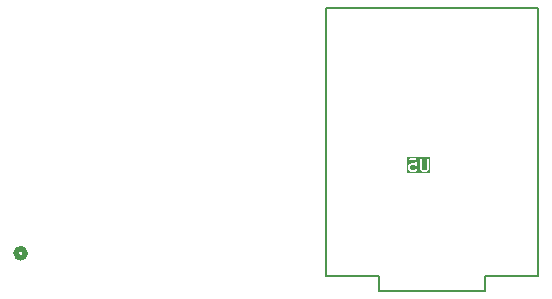
<source format=gbr>
%TF.GenerationSoftware,KiCad,Pcbnew,8.0.5*%
%TF.CreationDate,2025-04-23T17:08:05-05:00*%
%TF.ProjectId,test_board,74657374-5f62-46f6-9172-642e6b696361,rev?*%
%TF.SameCoordinates,Original*%
%TF.FileFunction,Legend,Bot*%
%TF.FilePolarity,Positive*%
%FSLAX46Y46*%
G04 Gerber Fmt 4.6, Leading zero omitted, Abs format (unit mm)*
G04 Created by KiCad (PCBNEW 8.0.5) date 2025-04-23 17:08:05*
%MOMM*%
%LPD*%
G01*
G04 APERTURE LIST*
%ADD10C,0.150000*%
%ADD11C,0.508000*%
%ADD12C,0.127000*%
G04 APERTURE END LIST*
D10*
G36*
X154528015Y-77580930D02*
G01*
X152584365Y-77580930D01*
X152584365Y-76966247D01*
X152695476Y-76966247D01*
X152695476Y-77204342D01*
X152696917Y-77218974D01*
X152697948Y-77221463D01*
X152698139Y-77224151D01*
X152703394Y-77237883D01*
X152751013Y-77333121D01*
X152754976Y-77339417D01*
X152755734Y-77341247D01*
X152757423Y-77343305D01*
X152758845Y-77345564D01*
X152760343Y-77346863D01*
X152765061Y-77352612D01*
X152812680Y-77400232D01*
X152818429Y-77404950D01*
X152819730Y-77406450D01*
X152821989Y-77407872D01*
X152824046Y-77409560D01*
X152825873Y-77410317D01*
X152832173Y-77414282D01*
X152927411Y-77461901D01*
X152941142Y-77467156D01*
X152943831Y-77467347D01*
X152946320Y-77468378D01*
X152960952Y-77469819D01*
X153199047Y-77469819D01*
X153213679Y-77468378D01*
X153216168Y-77467346D01*
X153218856Y-77467156D01*
X153232588Y-77461901D01*
X153327826Y-77414282D01*
X153334125Y-77410317D01*
X153335953Y-77409560D01*
X153338009Y-77407872D01*
X153340269Y-77406450D01*
X153341569Y-77404950D01*
X153347319Y-77400232D01*
X153394937Y-77352613D01*
X153404265Y-77341247D01*
X153415463Y-77314211D01*
X153415463Y-77284948D01*
X153404264Y-77257912D01*
X153383571Y-77237219D01*
X153356535Y-77226021D01*
X153327272Y-77226021D01*
X153300236Y-77237220D01*
X153288870Y-77246548D01*
X153249857Y-77285561D01*
X153181342Y-77319819D01*
X152978657Y-77319819D01*
X152910141Y-77285561D01*
X152879734Y-77255153D01*
X152845476Y-77186637D01*
X152845476Y-76983952D01*
X152879734Y-76915436D01*
X152910141Y-76885029D01*
X152978657Y-76850771D01*
X153181342Y-76850771D01*
X153249858Y-76885029D01*
X153288871Y-76924042D01*
X153300236Y-76933369D01*
X153303724Y-76934814D01*
X153306648Y-76937206D01*
X153317145Y-76940373D01*
X153327272Y-76944568D01*
X153331048Y-76944568D01*
X153334664Y-76945659D01*
X153345574Y-76944568D01*
X153356535Y-76944568D01*
X153360023Y-76943122D01*
X153363783Y-76942747D01*
X153373446Y-76937562D01*
X153383571Y-76933369D01*
X153386241Y-76930698D01*
X153389570Y-76928913D01*
X153396515Y-76920424D01*
X153404264Y-76912676D01*
X153405708Y-76909189D01*
X153408101Y-76906265D01*
X153411269Y-76895764D01*
X153415463Y-76885640D01*
X153415463Y-76881864D01*
X153416554Y-76878249D01*
X153416532Y-76863546D01*
X153369659Y-76394819D01*
X153695476Y-76394819D01*
X153695476Y-77204342D01*
X153696917Y-77218974D01*
X153697948Y-77221463D01*
X153698139Y-77224151D01*
X153703394Y-77237883D01*
X153751013Y-77333121D01*
X153754976Y-77339417D01*
X153755734Y-77341247D01*
X153757423Y-77343305D01*
X153758845Y-77345564D01*
X153760343Y-77346863D01*
X153765061Y-77352612D01*
X153812680Y-77400232D01*
X153818429Y-77404950D01*
X153819730Y-77406450D01*
X153821989Y-77407872D01*
X153824046Y-77409560D01*
X153825873Y-77410317D01*
X153832173Y-77414282D01*
X153927411Y-77461901D01*
X153941142Y-77467156D01*
X153943831Y-77467347D01*
X153946320Y-77468378D01*
X153960952Y-77469819D01*
X154151428Y-77469819D01*
X154166060Y-77468378D01*
X154168549Y-77467346D01*
X154171237Y-77467156D01*
X154184969Y-77461901D01*
X154280207Y-77414282D01*
X154286506Y-77410317D01*
X154288334Y-77409560D01*
X154290390Y-77407872D01*
X154292650Y-77406450D01*
X154293950Y-77404950D01*
X154299700Y-77400232D01*
X154347318Y-77352613D01*
X154352036Y-77346863D01*
X154353535Y-77345564D01*
X154354956Y-77343305D01*
X154356646Y-77341247D01*
X154357403Y-77339417D01*
X154361367Y-77333121D01*
X154408986Y-77237883D01*
X154414241Y-77224152D01*
X154414432Y-77221462D01*
X154415463Y-77218974D01*
X154416904Y-77204342D01*
X154416904Y-76394819D01*
X154415463Y-76380187D01*
X154404264Y-76353151D01*
X154383572Y-76332459D01*
X154356536Y-76321260D01*
X154327272Y-76321260D01*
X154300236Y-76332459D01*
X154279544Y-76353151D01*
X154268345Y-76380187D01*
X154266904Y-76394819D01*
X154266904Y-77186637D01*
X154232645Y-77255153D01*
X154202238Y-77285561D01*
X154133723Y-77319819D01*
X153978657Y-77319819D01*
X153910141Y-77285561D01*
X153879734Y-77255153D01*
X153845476Y-77186637D01*
X153845476Y-76394819D01*
X153844035Y-76380187D01*
X153832836Y-76353151D01*
X153812144Y-76332459D01*
X153785108Y-76321260D01*
X153755844Y-76321260D01*
X153728808Y-76332459D01*
X153708116Y-76353151D01*
X153696917Y-76380187D01*
X153695476Y-76394819D01*
X153369659Y-76394819D01*
X153368913Y-76387356D01*
X153367844Y-76382023D01*
X153367844Y-76380187D01*
X153367130Y-76378464D01*
X153366023Y-76372940D01*
X153360840Y-76363280D01*
X153356645Y-76353151D01*
X153353973Y-76350479D01*
X153352189Y-76347153D01*
X153343706Y-76340212D01*
X153335953Y-76332459D01*
X153332464Y-76331013D01*
X153329541Y-76328622D01*
X153319043Y-76325454D01*
X153308917Y-76321260D01*
X153303311Y-76320707D01*
X153301525Y-76320169D01*
X153299696Y-76320351D01*
X153294285Y-76319819D01*
X152818095Y-76319819D01*
X152803463Y-76321260D01*
X152776427Y-76332459D01*
X152755735Y-76353151D01*
X152744536Y-76380187D01*
X152744536Y-76409451D01*
X152755735Y-76436487D01*
X152776427Y-76457179D01*
X152803463Y-76468378D01*
X152818095Y-76469819D01*
X153226411Y-76469819D01*
X153251229Y-76718009D01*
X153232588Y-76708689D01*
X153218856Y-76703434D01*
X153216168Y-76703243D01*
X153213679Y-76702212D01*
X153199047Y-76700771D01*
X152960952Y-76700771D01*
X152946320Y-76702212D01*
X152943831Y-76703242D01*
X152941142Y-76703434D01*
X152927411Y-76708689D01*
X152832173Y-76756308D01*
X152825873Y-76760272D01*
X152824046Y-76761030D01*
X152821989Y-76762718D01*
X152819730Y-76764140D01*
X152818430Y-76765638D01*
X152812681Y-76770357D01*
X152765062Y-76817976D01*
X152760343Y-76823725D01*
X152758845Y-76825025D01*
X152757423Y-76827284D01*
X152755735Y-76829341D01*
X152754977Y-76831168D01*
X152751013Y-76837468D01*
X152703394Y-76932706D01*
X152698139Y-76946438D01*
X152697948Y-76949125D01*
X152696917Y-76951615D01*
X152695476Y-76966247D01*
X152584365Y-76966247D01*
X152584365Y-76208708D01*
X154528015Y-76208708D01*
X154528015Y-77580930D01*
G37*
D11*
%TO.C,J1*%
X120249099Y-84357900D02*
G75*
G02*
X119487099Y-84357900I-381000J0D01*
G01*
X119487099Y-84357900D02*
G75*
G02*
X120249099Y-84357900I381000J0D01*
G01*
D12*
%TO.C,U5*%
X145680000Y-63560000D02*
X163680000Y-63560000D01*
X145680000Y-86260000D02*
X145680000Y-63560000D01*
X145680000Y-86260000D02*
X150180000Y-86260000D01*
X150180000Y-86260000D02*
X150180000Y-87560000D01*
X150180000Y-87560000D02*
X159180000Y-87560000D01*
X159180000Y-86260000D02*
X159180000Y-87560000D01*
X159180000Y-86260000D02*
X163680000Y-86260000D01*
X163680000Y-86260000D02*
X163680000Y-63560000D01*
%TD*%
M02*

</source>
